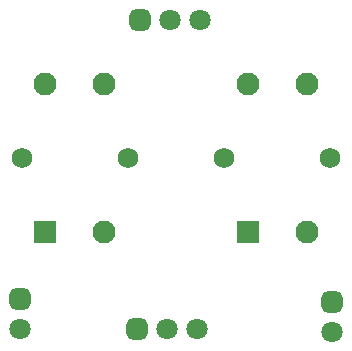
<source format=gbs>
G04*
G04 #@! TF.GenerationSoftware,Altium Limited,Altium Designer,24.1.2 (44)*
G04*
G04 Layer_Color=1461195*
%FSLAX44Y44*%
%MOMM*%
G71*
G04*
G04 #@! TF.SameCoordinates,F4167936-B6C4-4533-BD87-858211744F6C*
G04*
G04*
G04 #@! TF.FilePolarity,Negative*
G04*
G01*
G75*
G04:AMPARAMS|DCode=14|XSize=1.8032mm|YSize=1.8032mm|CornerRadius=0.5016mm|HoleSize=0mm|Usage=FLASHONLY|Rotation=270.000|XOffset=0mm|YOffset=0mm|HoleType=Round|Shape=RoundedRectangle|*
%AMROUNDEDRECTD14*
21,1,1.8032,0.8000,0,0,270.0*
21,1,0.8000,1.8032,0,0,270.0*
1,1,1.0032,-0.4000,-0.4000*
1,1,1.0032,-0.4000,0.4000*
1,1,1.0032,0.4000,0.4000*
1,1,1.0032,0.4000,-0.4000*
%
%ADD14ROUNDEDRECTD14*%
%ADD15C,1.8032*%
G04:AMPARAMS|DCode=16|XSize=1.8032mm|YSize=1.8032mm|CornerRadius=0.5016mm|HoleSize=0mm|Usage=FLASHONLY|Rotation=0.000|XOffset=0mm|YOffset=0mm|HoleType=Round|Shape=RoundedRectangle|*
%AMROUNDEDRECTD16*
21,1,1.8032,0.8000,0,0,0.0*
21,1,0.8000,1.8032,0,0,0.0*
1,1,1.0032,0.4000,-0.4000*
1,1,1.0032,-0.4000,-0.4000*
1,1,1.0032,-0.4000,0.4000*
1,1,1.0032,0.4000,0.4000*
%
%ADD16ROUNDEDRECTD16*%
%ADD17C,1.9532*%
%ADD18R,1.9532X1.9532*%
%ADD19C,1.7532*%
D14*
X292100Y50800D02*
D03*
X27940Y53340D02*
D03*
D15*
X292100Y25400D02*
D03*
X27940Y27940D02*
D03*
X154940Y289560D02*
D03*
X180340D02*
D03*
X152400Y27940D02*
D03*
X177800D02*
D03*
D16*
X129540Y289560D02*
D03*
X127000Y27940D02*
D03*
D17*
X270660Y235220D02*
D03*
Y110220D02*
D03*
X220660Y235220D02*
D03*
X99380D02*
D03*
Y110220D02*
D03*
X49380Y235220D02*
D03*
D18*
X220660Y110220D02*
D03*
X49380D02*
D03*
D19*
X290660Y172720D02*
D03*
X200660D02*
D03*
X119380D02*
D03*
X29380D02*
D03*
M02*

</source>
